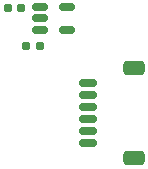
<source format=gbr>
%TF.GenerationSoftware,KiCad,Pcbnew,7.0.5*%
%TF.CreationDate,2024-01-24T02:21:01-05:00*%
%TF.ProjectId,LORA_ADAPTER,4c4f5241-5f41-4444-9150-5445522e6b69,rev?*%
%TF.SameCoordinates,Original*%
%TF.FileFunction,Paste,Top*%
%TF.FilePolarity,Positive*%
%FSLAX46Y46*%
G04 Gerber Fmt 4.6, Leading zero omitted, Abs format (unit mm)*
G04 Created by KiCad (PCBNEW 7.0.5) date 2024-01-24 02:21:01*
%MOMM*%
%LPD*%
G01*
G04 APERTURE LIST*
G04 Aperture macros list*
%AMRoundRect*
0 Rectangle with rounded corners*
0 $1 Rounding radius*
0 $2 $3 $4 $5 $6 $7 $8 $9 X,Y pos of 4 corners*
0 Add a 4 corners polygon primitive as box body*
4,1,4,$2,$3,$4,$5,$6,$7,$8,$9,$2,$3,0*
0 Add four circle primitives for the rounded corners*
1,1,$1+$1,$2,$3*
1,1,$1+$1,$4,$5*
1,1,$1+$1,$6,$7*
1,1,$1+$1,$8,$9*
0 Add four rect primitives between the rounded corners*
20,1,$1+$1,$2,$3,$4,$5,0*
20,1,$1+$1,$4,$5,$6,$7,0*
20,1,$1+$1,$6,$7,$8,$9,0*
20,1,$1+$1,$8,$9,$2,$3,0*%
G04 Aperture macros list end*
%ADD10RoundRect,0.150000X0.625000X-0.150000X0.625000X0.150000X-0.625000X0.150000X-0.625000X-0.150000X0*%
%ADD11RoundRect,0.250000X0.650000X-0.350000X0.650000X0.350000X-0.650000X0.350000X-0.650000X-0.350000X0*%
%ADD12RoundRect,0.150000X-0.512500X-0.150000X0.512500X-0.150000X0.512500X0.150000X-0.512500X0.150000X0*%
%ADD13RoundRect,0.160000X0.197500X0.160000X-0.197500X0.160000X-0.197500X-0.160000X0.197500X-0.160000X0*%
%ADD14RoundRect,0.155000X0.212500X0.155000X-0.212500X0.155000X-0.212500X-0.155000X0.212500X-0.155000X0*%
G04 APERTURE END LIST*
D10*
%TO.C,J3*%
X149510000Y-102604610D03*
X149510000Y-101604610D03*
X149510000Y-100604610D03*
X149510000Y-99604610D03*
X149510000Y-98604610D03*
X149510000Y-97604610D03*
D11*
X153385000Y-103904610D03*
X153385000Y-96304610D03*
%TD*%
D12*
%TO.C,U9*%
X145422500Y-91148621D03*
X145422500Y-92098621D03*
X145422500Y-93048621D03*
X147697500Y-93048621D03*
X147697500Y-91148621D03*
%TD*%
D13*
%TO.C,R1*%
X145432500Y-94398621D03*
X144237500Y-94398621D03*
%TD*%
D14*
%TO.C,C9*%
X143827500Y-91198621D03*
X142692500Y-91198621D03*
%TD*%
M02*

</source>
